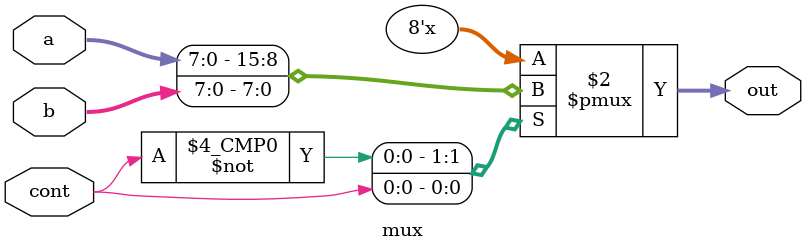
<source format=v>
`timescale 1ns / 1ps
module mux(
    input [7:0] a,
    input [7:0] b,
    input cont,
    output reg [7:0] out
    );
always @(*)
begin
case(cont)
0: out = a;
1: out = b;
endcase
end
endmodule

</source>
